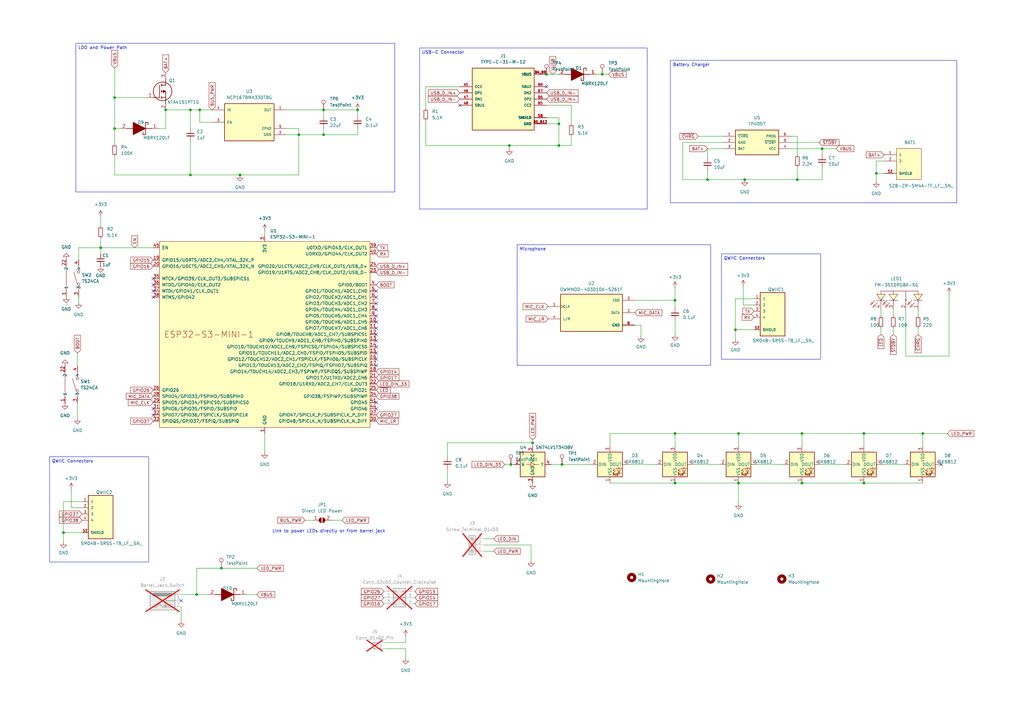
<source format=kicad_sch>
(kicad_sch (version 20231120) (generator "eeschema") (generator_version "8.0")
  (paper "A3")
  (junction (at 302.895 177.8))
  (junction (at 229.235 59.69))
  (junction (at 276.86 198.12))
  (junction (at 81.915 45.085))
  (junction (at 46.99 40.005))
  (junction (at 26.035 218.44))
  (junction (at 337.185 60.96))
  (junction (at 230.505 190.5))
  (junction (at 229.235 50.8))
  (junction (at 359.41 71.12))
  (junction (at 302.895 198.12))
  (junction (at 378.46 177.8))
  (junction (at 90.805 233.045))
  (junction (at 354.33 198.12))
  (junction (at 80.645 243.84))
  (junction (at 132.715 55.245))
  (junction (at 146.685 45.085))
  (junction (at 276.86 177.8))
  (junction (at 276.86 123.19))
  (junction (at 132.715 45.085))
  (junction (at 218.44 181.61))
  (junction (at 290.195 73.66))
  (junction (at 328.93 177.8))
  (junction (at 247.015 30.48))
  (junction (at 78.105 45.085))
  (junction (at 354.33 177.8))
  (junction (at 209.55 190.5))
  (junction (at 224.155 30.48))
  (junction (at 78.105 71.755))
  (junction (at 98.425 71.755))
  (junction (at 301.625 135.255))
  (junction (at 305.435 73.66))
  (junction (at 41.275 101.6))
  (junction (at 122.555 55.245))
  (junction (at 328.93 198.12))
  (junction (at 208.915 59.69))
  (junction (at 67.945 45.085))
  (junction (at 327.025 73.66))
  (junction (at 46.99 52.705))
  (no_connect (at 154.305 167.64))
  (no_connect (at 154.305 165.1))
  (no_connect (at 62.865 114.3))
  (no_connect (at 154.305 134.62))
  (no_connect (at 74.295 246.38))
  (no_connect (at 154.305 129.54))
  (no_connect (at 62.865 170.18))
  (no_connect (at 154.305 137.16))
  (no_connect (at 154.305 147.32))
  (no_connect (at 154.305 149.86))
  (no_connect (at 154.305 127))
  (no_connect (at 154.305 142.24))
  (no_connect (at 386.08 190.5))
  (no_connect (at 224.155 35.56))
  (no_connect (at 154.305 124.46))
  (no_connect (at 154.305 139.7))
  (no_connect (at 188.595 43.18))
  (no_connect (at 62.865 119.38))
  (no_connect (at 154.305 132.08))
  (no_connect (at 62.865 116.84))
  (no_connect (at 62.865 167.64))
  (no_connect (at 154.305 121.92))
  (no_connect (at 154.305 144.78))
  (no_connect (at 154.305 119.38))
  (no_connect (at 62.865 121.92))
  (wire (pts (xy 183.515 181.61) (xy 218.44 181.61)))
  (wire (pts (xy 198.755 226.06) (xy 202.565 226.06)))
  (wire (pts (xy 378.46 177.8) (xy 378.46 182.88)))
  (wire (pts (xy 217.805 223.52) (xy 217.805 229.87)))
  (wire (pts (xy 371.475 146.05) (xy 389.255 146.05)))
  (wire (pts (xy 132.715 52.705) (xy 132.715 55.245)))
  (wire (pts (xy 100.965 243.84) (xy 105.41 243.84)))
  (wire (pts (xy 378.46 177.8) (xy 388.62 177.8)))
  (wire (pts (xy 122.555 71.755) (xy 98.425 71.755)))
  (wire (pts (xy 32.258 101.6) (xy 41.275 101.6)))
  (wire (pts (xy 74.295 243.84) (xy 80.645 243.84)))
  (wire (pts (xy 166.37 260.985) (xy 166.37 263.525)))
  (wire (pts (xy 290.195 60.96) (xy 290.195 64.77)))
  (wire (pts (xy 327.025 73.66) (xy 337.185 73.66)))
  (wire (pts (xy 276.86 123.19) (xy 276.86 126.365)))
  (wire (pts (xy 125.095 213.36) (xy 128.27 213.36)))
  (wire (pts (xy 305.435 73.66) (xy 327.025 73.66)))
  (wire (pts (xy 304.8 125.095) (xy 309.245 125.095)))
  (wire (pts (xy 301.625 135.255) (xy 309.245 135.255)))
  (wire (pts (xy 260.35 133.35) (xy 262.89 133.35)))
  (wire (pts (xy 276.86 118.11) (xy 276.86 123.19)))
  (wire (pts (xy 108.585 94.615) (xy 108.585 96.52)))
  (wire (pts (xy 229.235 59.69) (xy 234.315 59.69)))
  (wire (pts (xy 229.235 59.69) (xy 208.915 59.69)))
  (wire (pts (xy 26.035 205.74) (xy 33.655 205.74)))
  (wire (pts (xy 327.025 68.58) (xy 327.025 73.66)))
  (wire (pts (xy 260.35 123.19) (xy 276.86 123.19)))
  (wire (pts (xy 337.185 73.66) (xy 337.185 68.58)))
  (wire (pts (xy 46.99 71.755) (xy 78.105 71.755)))
  (wire (pts (xy 26.035 205.74) (xy 26.035 218.44)))
  (wire (pts (xy 302.895 198.12) (xy 328.93 198.12)))
  (wire (pts (xy 122.555 55.245) (xy 117.475 55.245)))
  (wire (pts (xy 31.75 144.78) (xy 31.75 150.114)))
  (wire (pts (xy 354.33 198.12) (xy 378.46 198.12)))
  (wire (pts (xy 229.235 50.8) (xy 229.235 59.69)))
  (wire (pts (xy 229.235 48.26) (xy 229.235 50.8)))
  (wire (pts (xy 146.685 45.085) (xy 132.715 45.085)))
  (wire (pts (xy 336.55 190.5) (xy 346.71 190.5)))
  (wire (pts (xy 335.915 58.42) (xy 324.485 58.42)))
  (wire (pts (xy 67.945 45.085) (xy 67.945 52.705)))
  (wire (pts (xy 280.035 73.66) (xy 290.195 73.66)))
  (wire (pts (xy 132.715 55.245) (xy 146.685 55.245)))
  (wire (pts (xy 46.99 40.005) (xy 46.99 52.705)))
  (wire (pts (xy 64.77 52.705) (xy 67.945 52.705)))
  (wire (pts (xy 218.44 181.61) (xy 218.44 182.88)))
  (wire (pts (xy 361.315 134.62) (xy 361.315 137.16)))
  (wire (pts (xy 166.37 266.065) (xy 166.37 269.875)))
  (wire (pts (xy 41.275 88.9) (xy 41.275 92.71)))
  (wire (pts (xy 46.99 52.705) (xy 49.53 52.705)))
  (wire (pts (xy 26.035 218.44) (xy 26.035 222.25)))
  (wire (pts (xy 276.86 177.8) (xy 276.86 182.88)))
  (wire (pts (xy 337.185 60.96) (xy 342.9 60.96)))
  (wire (pts (xy 146.685 47.625) (xy 146.685 45.085)))
  (wire (pts (xy 31.75 165.354) (xy 31.75 171.45)))
  (wire (pts (xy 198.755 223.52) (xy 217.805 223.52)))
  (wire (pts (xy 218.44 180.34) (xy 218.44 181.61)))
  (wire (pts (xy 80.645 243.84) (xy 85.725 243.84)))
  (wire (pts (xy 359.41 66.04) (xy 362.585 66.04)))
  (wire (pts (xy 132.715 45.085) (xy 132.715 47.625)))
  (wire (pts (xy 208.915 59.69) (xy 208.915 60.96)))
  (wire (pts (xy 41.275 101.6) (xy 41.275 104.14)))
  (wire (pts (xy 276.86 177.8) (xy 302.895 177.8)))
  (wire (pts (xy 366.395 134.62) (xy 366.395 137.16)))
  (wire (pts (xy 301.625 122.555) (xy 309.245 122.555)))
  (wire (pts (xy 301.625 135.255) (xy 301.625 139.065)))
  (wire (pts (xy 359.41 71.12) (xy 359.41 74.295)))
  (wire (pts (xy 158.115 266.065) (xy 166.37 266.065)))
  (wire (pts (xy 296.545 60.96) (xy 290.195 60.96)))
  (wire (pts (xy 224.155 30.48) (xy 229.235 30.48)))
  (wire (pts (xy 74.295 248.92) (xy 74.295 254.635)))
  (wire (pts (xy 135.89 213.36) (xy 140.335 213.36)))
  (wire (pts (xy 81.915 45.085) (xy 86.995 45.085)))
  (wire (pts (xy 32.258 101.6) (xy 32.258 106.426)))
  (wire (pts (xy 250.19 198.12) (xy 276.86 198.12)))
  (wire (pts (xy 290.195 73.66) (xy 305.435 73.66)))
  (wire (pts (xy 327.025 55.88) (xy 327.025 63.5)))
  (wire (pts (xy 234.315 43.18) (xy 234.315 50.8)))
  (wire (pts (xy 361.95 190.5) (xy 370.84 190.5)))
  (wire (pts (xy 234.315 55.88) (xy 234.315 59.69)))
  (wire (pts (xy 86.995 50.165) (xy 81.915 50.165)))
  (wire (pts (xy 174.625 59.69) (xy 208.915 59.69)))
  (wire (pts (xy 146.685 52.705) (xy 146.685 55.245)))
  (wire (pts (xy 280.035 58.42) (xy 280.035 73.66)))
  (wire (pts (xy 290.195 69.85) (xy 290.195 73.66)))
  (wire (pts (xy 90.805 233.045) (xy 105.41 233.045)))
  (wire (pts (xy 354.33 177.8) (xy 354.33 182.88)))
  (wire (pts (xy 41.275 101.6) (xy 62.865 101.6)))
  (wire (pts (xy 337.185 60.96) (xy 337.185 63.5)))
  (wire (pts (xy 78.105 45.085) (xy 81.915 45.085)))
  (wire (pts (xy 29.21 200.66) (xy 29.21 208.28)))
  (wire (pts (xy 286.385 55.88) (xy 296.545 55.88)))
  (wire (pts (xy 276.86 198.12) (xy 302.895 198.12)))
  (wire (pts (xy 158.115 263.525) (xy 166.37 263.525)))
  (wire (pts (xy 250.19 177.8) (xy 250.19 182.88)))
  (wire (pts (xy 302.895 177.8) (xy 328.93 177.8)))
  (wire (pts (xy 132.715 55.245) (xy 122.555 55.245)))
  (wire (pts (xy 183.515 192.405) (xy 183.515 197.485)))
  (wire (pts (xy 302.895 177.8) (xy 302.895 182.88)))
  (wire (pts (xy 122.555 52.705) (xy 122.555 55.245)))
  (wire (pts (xy 359.41 71.12) (xy 362.585 71.12)))
  (wire (pts (xy 244.475 30.48) (xy 247.015 30.48)))
  (wire (pts (xy 198.755 220.98) (xy 202.565 220.98)))
  (wire (pts (xy 78.105 57.785) (xy 78.105 71.755)))
  (wire (pts (xy 174.625 35.56) (xy 174.625 44.45)))
  (wire (pts (xy 328.93 198.12) (xy 354.33 198.12)))
  (wire (pts (xy 284.48 190.5) (xy 295.275 190.5)))
  (wire (pts (xy 224.155 43.18) (xy 234.315 43.18)))
  (wire (pts (xy 174.625 49.53) (xy 174.625 59.69)))
  (wire (pts (xy 117.475 52.705) (xy 122.555 52.705)))
  (wire (pts (xy 67.945 45.085) (xy 78.105 45.085)))
  (wire (pts (xy 324.485 60.96) (xy 337.185 60.96)))
  (wire (pts (xy 324.485 55.88) (xy 327.025 55.88)))
  (wire (pts (xy 46.99 27.94) (xy 46.99 40.005)))
  (wire (pts (xy 122.555 55.245) (xy 122.555 71.755)))
  (wire (pts (xy 80.645 233.045) (xy 90.805 233.045)))
  (wire (pts (xy 371.475 127) (xy 371.475 146.05)))
  (wire (pts (xy 188.595 35.56) (xy 174.625 35.56)))
  (wire (pts (xy 230.505 190.5) (xy 242.57 190.5)))
  (wire (pts (xy 280.035 58.42) (xy 296.545 58.42)))
  (wire (pts (xy 328.93 177.8) (xy 328.93 182.88)))
  (wire (pts (xy 257.81 190.5) (xy 269.24 190.5)))
  (wire (pts (xy 262.89 133.35) (xy 262.89 137.795)))
  (wire (pts (xy 250.19 177.8) (xy 276.86 177.8)))
  (wire (pts (xy 41.275 97.79) (xy 41.275 101.6)))
  (wire (pts (xy 224.155 48.26) (xy 229.235 48.26)))
  (wire (pts (xy 276.86 131.445) (xy 276.86 137.16)))
  (wire (pts (xy 354.33 177.8) (xy 378.46 177.8)))
  (wire (pts (xy 328.93 177.8) (xy 354.33 177.8)))
  (wire (pts (xy 117.475 45.085) (xy 132.715 45.085)))
  (wire (pts (xy 209.55 190.5) (xy 210.82 190.5)))
  (wire (pts (xy 301.625 122.555) (xy 301.625 135.255)))
  (wire (pts (xy 78.105 45.085) (xy 78.105 52.705)))
  (wire (pts (xy 207.01 190.5) (xy 209.55 190.5)))
  (wire (pts (xy 183.515 181.61) (xy 183.515 187.325)))
  (wire (pts (xy 26.035 218.44) (xy 33.655 218.44)))
  (wire (pts (xy 376.555 129.54) (xy 376.555 127)))
  (wire (pts (xy 224.155 50.8) (xy 229.235 50.8)))
  (wire (pts (xy 359.41 66.04) (xy 359.41 71.12)))
  (wire (pts (xy 389.255 120.65) (xy 389.255 146.05)))
  (wire (pts (xy 46.99 52.705) (xy 46.99 59.055)))
  (wire (pts (xy 304.8 117.475) (xy 304.8 125.095)))
  (wire (pts (xy 78.105 71.755) (xy 98.425 71.755)))
  (wire (pts (xy 226.06 190.5) (xy 230.505 190.5)))
  (wire (pts (xy 302.895 198.12) (xy 302.895 206.375)))
  (wire (pts (xy 32.258 121.666) (xy 32.258 123.952)))
  (wire (pts (xy 310.515 190.5) (xy 321.31 190.5)))
  (wire (pts (xy 46.99 40.005) (xy 60.325 40.005)))
  (wire (pts (xy 81.915 50.165) (xy 81.915 45.085)))
  (wire (pts (xy 366.395 127) (xy 366.395 129.54)))
  (wire (pts (xy 29.21 208.28) (xy 33.655 208.28)))
  (wire (pts (xy 80.645 233.045) (xy 80.645 243.84)))
  (wire (pts (xy 376.555 137.16) (xy 376.555 134.62)))
  (wire (pts (xy 361.315 127) (xy 361.315 129.54)))
  (wire (pts (xy 108.585 177.8) (xy 108.585 185.42)))
  (wire (pts (xy 46.99 64.135) (xy 46.99 71.755)))
  (wire (pts (xy 247.015 30.48) (xy 249.555 30.48)))
  (text_box "QWIIC Connectors" (at 20.32 187.325 0) (size 40.64 43.18) (effects (font (size 1.27 1.27)) (justify left top)))
  (text_box "LDO and Power Path" (at 31.115 17.78 0) (size 130.81 60.96) (effects (font (size 1.27 1.27)) (justify left top)))
  (text_box "USB-C Connector" (at 172.085 19.685 0) (size 93.345 66.04) (effects (font (size 1.27 1.27)) (justify left top)))
  (text_box "QWIIC Connectors" (at 295.91 104.14 0) (size 40.64 43.18) (effects (font (size 1.27 1.27)) (justify left top)))
  (text_box "Microphone" (at 212.09 100.33 0) (size 79.375 49.53) (effects (font (size 1.27 1.27)) (justify left top)))
  (text_box "Battery Charger" (at 274.955 24.765 0) (size 117.475 58.42) (effects (font (size 1.27 1.27)) (justify left top)))
  (text "Link to power LEDs directly or from barrel jack" (at 134.874 217.932 0) (effects (font (size 1.27 1.27))))
  (global_label "VBUS" (shape input) (at 105.41 243.84 0) (property "Intersheetrefs" "${INTERSHEET_REFS}" (effects (hide yes))))
  (global_label "LED_PWR" (shape input) (at 202.565 226.06 0) (property "Intersheetrefs" "${INTERSHEET_REFS}" (effects (hide yes))))
  (global_label "LED_PWR" (shape input) (at 388.62 177.8 0) (property "Intersheetrefs" "${INTERSHEET_REFS}" (effects (hide yes))))
  (global_label "BAT+" (shape input) (at 67.945 29.845 90) (property "Intersheetrefs" "${INTERSHEET_REFS}" (effects (hide yes))))
  (global_label "GPIO38" (shape input) (at 33.655 213.36 180) (property "Intersheetrefs" "${INTERSHEET_REFS}" (effects (hide yes))))
  (global_label "USB_D_IN-" (shape input) (at 224.155 38.1 0) (property "Intersheetrefs" "${INTERSHEET_REFS}" (effects (hide yes))))
  (global_label "MIC_DATA" (shape input) (at 62.865 162.56 180) (property "Intersheetrefs" "${INTERSHEET_REFS}" (effects (hide yes))))
  (global_label "MIC_DATA" (shape input) (at 260.35 128.27 0) (property "Intersheetrefs" "${INTERSHEET_REFS}" (effects (hide yes))))
  (global_label "VBUS" (shape input) (at 249.555 30.48 0) (property "Intersheetrefs" "${INTERSHEET_REFS}" (effects (hide yes))))
  (global_label "MIC_CLK" (shape input) (at 62.865 165.1 180) (property "Intersheetrefs" "${INTERSHEET_REFS}" (effects (hide yes))))
  (global_label "LED_PWR" (shape input) (at 105.41 233.045 0) (property "Intersheetrefs" "${INTERSHEET_REFS}" (effects (hide yes))))
  (global_label "GPIO26" (shape input) (at 157.48 242.57 180) (property "Intersheetrefs" "${INTERSHEET_REFS}" (effects (hide yes))))
  (global_label "BOOT" (shape input) (at 31.75 144.78 90) (property "Intersheetrefs" "${INTERSHEET_REFS}" (effects (hide yes))))
  (global_label "~{CHRG}" (shape input) (at 286.385 55.88 180) (property "Intersheetrefs" "${INTERSHEET_REFS}" (effects (hide yes))))
  (global_label "LED_DIN_33" (shape input) (at 154.305 157.48 0) (property "Intersheetrefs" "${INTERSHEET_REFS}" (effects (hide yes))))
  (global_label "GPIO26" (shape input) (at 62.865 160.02 180) (property "Intersheetrefs" "${INTERSHEET_REFS}" (effects (hide yes))))
  (global_label "~{CHRG}" (shape input) (at 376.555 137.16 270) (property "Intersheetrefs" "${INTERSHEET_REFS}" (effects (hide yes))))
  (global_label "GPIO14" (shape input) (at 170.18 245.11 0) (property "Intersheetrefs" "${INTERSHEET_REFS}" (effects (hide yes))))
  (global_label "USB_D_IN-" (shape input) (at 154.305 111.76 0) (property "Intersheetrefs" "${INTERSHEET_REFS}" (effects (hide yes))))
  (global_label "GPIO37" (shape input) (at 33.655 210.82 180) (property "Intersheetrefs" "${INTERSHEET_REFS}" (effects (hide yes))))
  (global_label "LED_PWR" (shape input) (at 140.335 213.36 0) (property "Intersheetrefs" "${INTERSHEET_REFS}" (effects (hide yes))))
  (global_label "USB_D_IN+" (shape input) (at 154.305 109.22 0) (property "Intersheetrefs" "${INTERSHEET_REFS}" (effects (hide yes))))
  (global_label "MIC_LR" (shape input) (at 154.305 172.72 0) (property "Intersheetrefs" "${INTERSHEET_REFS}" (effects (hide yes))))
  (global_label "~{STDBY}" (shape input) (at 366.395 137.16 270) (property "Intersheetrefs" "${INTERSHEET_REFS}" (effects (hide yes))))
  (global_label "GPIO14" (shape input) (at 154.305 152.4 0) (property "Intersheetrefs" "${INTERSHEET_REFS}" (effects (hide yes))))
  (global_label "LED_PWR" (shape input) (at 218.44 180.34 90) (property "Intersheetrefs" "${INTERSHEET_REFS}" (effects (hide yes))))
  (global_label "RX" (shape input) (at 309.245 130.175 180) (property "Intersheetrefs" "${INTERSHEET_REFS}" (effects (hide yes))))
  (global_label "VUSB" (shape input) (at 226.695 30.48 90) (property "Intersheetrefs" "${INTERSHEET_REFS}" (effects (hide yes))))
  (global_label "LED_DIN_33" (shape input) (at 207.01 190.5 180) (property "Intersheetrefs" "${INTERSHEET_REFS}" (effects (hide yes))))
  (global_label "GPIO17" (shape input) (at 154.305 154.94 0) (property "Intersheetrefs" "${INTERSHEET_REFS}" (effects (hide yes))))
  (global_label "USB_D_IN-" (shape input) (at 188.595 40.64 180) (property "Intersheetrefs" "${INTERSHEET_REFS}" (effects (hide yes))))
  (global_label "GPIO15" (shape input) (at 62.865 106.68 180) (property "Intersheetrefs" "${INTERSHEET_REFS}" (effects (hide yes))))
  (global_label "BUS_PWR" (shape input) (at 86.995 45.085 90) (property "Intersheetrefs" "${INTERSHEET_REFS}" (effects (hide yes))))
  (global_label "USB_D_IN+" (shape input) (at 188.595 38.1 180) (property "Intersheetrefs" "${INTERSHEET_REFS}" (effects (hide yes))))
  (global_label "MIC_CLK" (shape input) (at 224.79 125.73 180) (property "Intersheetrefs" "${INTERSHEET_REFS}" (effects (hide yes))))
  (global_label "BUS_PWR" (shape input) (at 125.095 213.36 180) (property "Intersheetrefs" "${INTERSHEET_REFS}" (effects (hide yes))))
  (global_label "BOOT" (shape input) (at 154.305 116.84 0) (property "Intersheetrefs" "${INTERSHEET_REFS}" (effects (hide yes))))
  (global_label "GPIO16" (shape input) (at 157.48 247.65 180) (property "Intersheetrefs" "${INTERSHEET_REFS}" (effects (hide yes))))
  (global_label "~{LED}" (shape input) (at 361.315 137.16 270) (property "Intersheetrefs" "${INTERSHEET_REFS}" (effects (hide yes))))
  (global_label "RX" (shape input) (at 154.305 104.14 0) (property "Intersheetrefs" "${INTERSHEET_REFS}" (effects (hide yes))))
  (global_label "USB_D_IN+" (shape input) (at 224.155 40.64 0) (property "Intersheetrefs" "${INTERSHEET_REFS}" (effects (hide yes))))
  (global_label "TX" (shape input) (at 309.245 127.635 180) (property "Intersheetrefs" "${INTERSHEET_REFS}" (effects (hide yes))))
  (global_label "LED_DIN" (shape input) (at 202.565 220.98 0) (property "Intersheetrefs" "${INTERSHEET_REFS}" (effects (hide yes))))
  (global_label "BAT+" (shape input) (at 362.585 63.5 180) (property "Intersheetrefs" "${INTERSHEET_REFS}" (effects (hide yes))))
  (global_label "~{LED}" (shape input) (at 154.305 160.02 0) (property "Intersheetrefs" "${INTERSHEET_REFS}" (effects (hide yes))))
  (global_label "VBUS" (shape input) (at 46.99 27.94 90) (property "Intersheetrefs" "${INTERSHEET_REFS}" (effects (hide yes))))
  (global_label "MIC_LR" (shape input) (at 224.79 130.81 180) (property "Intersheetrefs" "${INTERSHEET_REFS}" (effects (hide yes))))
  (global_label "GPIO17" (shape input) (at 170.18 247.65 0) (property "Intersheetrefs" "${INTERSHEET_REFS}" (effects (hide yes))))
  (global_label "GPIO15" (shape input) (at 170.18 242.57 0) (property "Intersheetrefs" "${INTERSHEET_REFS}" (effects (hide yes))))
  (global_label "GPIO27" (shape input) (at 154.305 170.18 0) (property "Intersheetrefs" "${INTERSHEET_REFS}" (effects (hide yes))))
  (global_label "GPIO38" (shape input) (at 154.305 162.56 0) (property "Intersheetrefs" "${INTERSHEET_REFS}" (effects (hide yes))))
  (global_label "GPIO27" (shape input) (at 157.48 245.11 180) (property "Intersheetrefs" "${INTERSHEET_REFS}" (effects (hide yes))))
  (global_label "GPIO16" (shape input) (at 62.865 109.22 180) (property "Intersheetrefs" "${INTERSHEET_REFS}" (effects (hide yes))))
  (global_label "TX" (shape input) (at 154.305 101.6 0) (property "Intersheetrefs" "${INTERSHEET_REFS}" (effects (hide yes))))
  (global_label "GPIO37" (shape input) (at 62.865 172.72 180) (property "Intersheetrefs" "${INTERSHEET_REFS}" (effects (hide yes))))
  (global_label "~{STDBY}" (shape input) (at 335.915 58.42 0) (property "Intersheetrefs" "${INTERSHEET_REFS}" (effects (hide yes))))
  (global_label "EN" (shape input) (at 55.245 101.6 90) (property "Intersheetrefs" "${INTERSHEET_REFS}" (effects (hide yes))))
  (global_label "VBUS" (shape input) (at 342.9 60.96 0) (property "Intersheetrefs" "${INTERSHEET_REFS}" (effects (hide yes))))
  (global_label "BAT+" (shape input) (at 290.195 60.96 180) (property "Intersheetrefs" "${INTERSHEET_REFS}" (effects (hide yes))))
  (symbol (lib_id "Device:R_Small") (at 327.025 66.04 0) (unit 1)
    (property "Reference" "R6" (at 328.93 64.77 0) (effects (justify left)))
    (property "Value" "2.2K" (at 328.93 67.31 0) (effects (justify left)))
    (property "Footprint" "Resistor_SMD:R_0603_1608Metric" (effects (hide yes)))
  )
  (symbol (lib_id "Connector:TestPoint") (at 224.155 30.48 0) (unit 1)
    (property "Reference" "TP4" (at 226.695 25.908 0) (effects (justify left)))
    (property "Value" "TestPoint" (at 226.695 28.448 0) (effects (justify left)))
    (property "Footprint" "TestPoint:TestPoint_Pad_D2.5mm" (effects (hide yes)))
  )
  (symbol (lib_id "power:+3V3") (at 108.585 94.615 0) (unit 1)
    (property "Reference" "#PWR014" (effects (hide yes)))
    (property "Value" "+3V3" (at 108.585 89.535 0))
  )
  (symbol (lib_id "LED:SK6812") (at 302.895 190.5 0) (unit 1)
    (property "Reference" "D5" (at 313.055 186.8521 0))
    (property "Value" "SK6812" (at 313.055 189.3921 0))
    (property "Footprint" "LED_SMD:LED_SK6812_PLCC4_5.0x5.0mm_P3.2mm" (effects (hide yes)))
    (property "Datasheet" "https://cdn-shop.adafruit.com/product-files/1138/SK6812+LED+datasheet+.pdf" (effects (hide yes)))
    (property "MF" "OPSCO Optoelectronics" (effects (hide yes)))
    (property "MP" "SK6812" (effects (hide yes)))
  )
  (symbol (lib_id "LED:SK6812") (at 354.33 190.5 0) (unit 1)
    (property "Reference" "D7" (at 364.49 186.8521 0))
    (property "Value" "SK6812" (at 364.49 189.3921 0))
    (property "Footprint" "LED_SMD:LED_SK6812_PLCC4_5.0x5.0mm_P3.2mm" (effects (hide yes)))
    (property "Datasheet" "https://cdn-shop.adafruit.com/product-files/1138/SK6812+LED+datasheet+.pdf" (effects (hide yes)))
    (property "MF" "OPSCO Optoelectronics" (effects (hide yes)))
    (property "MP" "SK6812" (effects (hide yes)))
  )
  (symbol (lib_id "Jumper:SolderJumper_2_Open") (at 132.08 213.36 0) (unit 1) (in_bom no)
    (property "Reference" "JP1" (at 132.08 207.01 0))
    (property "Value" "Direct LED Power" (at 132.08 209.55 0))
    (property "Footprint" "Jumper:SolderJumper-2_P1.3mm_Open_RoundedPad1.0x1.5mm" (effects (hide yes)))
  )
  (symbol (lib_id "power:GND") (at 218.44 198.12 0) (unit 1)
    (property "Reference" "#PWR08" (effects (hide yes)))
    (property "Value" "GND" (at 218.44 203.2 0))
  )
  (symbol (lib_id "NCP167BMX330TBG:NCP167BMX330TBG") (at 102.235 50.165 0) (unit 1)
    (property "Reference" "U3" (at 102.235 37.465 0))
    (property "Value" "NCP167BMX330TBG" (at 102.235 40.005 0))
    (property "Footprint" "NCP167BMX330TBG-v2:VREG_NCP167BMX330TBG" (effects (hide yes)))
    (property "PARTREV" "5" (effects (hide yes)))
    (property "STANDARD" "Manufacturer Recommendations" (effects (hide yes)))
    (property "MAXIMUM_PACKAGE_HEIGHT" "0.43 mm" (effects (hide yes)))
    (property "MF" "Onsemi" (effects (hide yes)))
    (property "MP" "NCP167BMX330TBG" (effects (hide yes)))
  )
  (symbol (lib_id "Mechanical:MountingHole") (at 291.465 237.49 0) (unit 1) (in_bom no)
    (property "Reference" "H2" (at 294.005 236.22 0) (effects (justify left)))
    (property "Value" "MountingHole" (at 294.005 238.76 0) (effects (justify left)))
    (property "Footprint" "MountingHole:MountingHole_3.2mm_M3" (effects (hide yes)))
  )
  (symbol (lib_id "power:+3V3") (at 304.8 117.475 0) (unit 1)
    (property "Reference" "#PWR019" (effects (hide yes)))
    (property "Value" "+3V3" (at 304.8 113.03 0))
  )
  (symbol (lib_id "LED-SMD_L3.5-W1.0-H1.2-FM-3510RGBA-SG:FM-3510RGBA-SG") (at 368.935 121.92 0) (unit 1)
    (property "Reference" "LED1" (at 367.665 114.3 0))
    (property "Value" "FM-3510RGBA-SG" (at 367.665 116.84 0))
    (property "Footprint" "LED-SMD_L3.5-W1.0-H1.2-FM-3510RGBA-SG:LED-SMD_FM-3510RGBA-SG" (effects (hide yes)))
    (property "Datasheet" "https://lcsc.com/product-detail/Light-Emitting-Diodes-LED_Foshan-NationStar-Optoelectronics-FM-3510RGBA-SG_C727903.html" (effects (hide yes)))
    (property "LCSC Part" "C727903" (effects (hide yes)))
    (property "MF" "Foshan NationStar Optoelectronics" (effects (hide yes)))
    (property "MP" "FM-3510RGBA-SG" (effects (hide yes)))
  )
  (symbol (lib_id "power:GND") (at 359.41 74.295 0) (unit 1)
    (property "Reference" "#PWR021" (effects (hide yes)))
    (property "Value" "GND" (at 359.41 79.375 0))
  )
  (symbol (lib_id "TYPE-C-31-M-12:TYPE-C-31-M-12") (at 206.375 40.64 0) (unit 1)
    (property "Reference" "J1" (at 206.375 22.86 0))
    (property "Value" "TYPE-C-31-M-12" (at 206.375 25.4 0))
    (property "Footprint" "TYPE-C-31-M-12:HRO_TYPE-C-31-M-12" (effects (hide yes)))
    (property "PARTREV" "2020.12.08" (effects (hide yes)))
    (property "MF" "HRO Electronics Co., Ltd." (effects (hide yes)))
    (property "MP" "TYPE-C-31-M-12" (effects (hide yes)))
    (property "MAXIMUM_PACKAGE_HEIGHT" "3.26 mm" (effects (hide yes)))
    (property "STANDARD" "Manufacturer Recommendations" (effects (hide yes)))
  )
  (symbol (lib_id "Device:R_Small") (at 366.395 132.08 0) (unit 1)
    (property "Reference" "R7" (at 368.3 130.81 0) (effects (justify left)))
    (property "Value" "100" (at 368.3 133.35 0) (effects (justify left)))
    (property "Footprint" "Resistor_SMD:R_0603_1608Metric" (effects (hide yes)))
  )
  (symbol (lib_id "PCM_Espressif:ESP32-S3-MINI-1") (at 108.585 137.16 0) (unit 1)
    (property "Reference" "U1" (at 110.7791 94.615 0) (effects (justify left)))
    (property "Value" "ESP32-S3-MINI-1" (at 110.7791 97.155 0) (effects (justify left)))
    (property "Footprint" "PCM_Espressif:ESP32-S3-MINI-1" (effects (hide yes)))
    (property "Datasheet" "https://www.espressif.com/sites/default/files/documentation/esp32-s3-mini-1_mini-1u_datasheet_en.pdf" (effects (hide yes)))
    (property "MF" "Espressif Systems" (effects (hide yes)))
    (property "MP" "ESP32-S3-MINI-1-N8" (effects (hide yes)))
  )
  (symbol (lib_id "power:GND") (at 26.67 165.354 0) (unit 1)
    (property "Reference" "#PWR027" (effects (hide yes)))
    (property "Value" "GND" (at 26.67 170.434 0))
  )
  (symbol (lib_id "NTA4151PT1G:NTA4151PT1G") (at 60.325 40.005 0) (unit 1)
    (property "Reference" "Q1" (at 69.215 33.02 0) (effects (justify left)))
    (property "Value" "NTA4151PT1G" (at 68.58 41.91 0) (effects (justify left)))
    (property "Footprint" "NTA4151PT1G:SOT50P160X90-3N" (effects (hide yes)))
    (property "Datasheet" "http://www.onsemi.com/pub/Collateral/NTA4151P-D.PDF" (effects (hide yes)))
    (property "Height" "0.9" (effects (hide yes)))
    (property "MF" "onsemi" (effects (hide yes)))
    (property "MP" "NTA4151PT1G" (effects (hide yes)))
    (property "Mouser Part Number" "863-NTA4151PT1G" (effects (hide yes)))
    (property "Mouser Price/Stock" "https://www.mouser.co.uk/ProductDetail/onsemi/NTA4151PT1G?qs=ZXBb0xZ9WeC9bannzQa%2FPw%3D%3D" (effects (hide yes)))
    (property "Arrow Part Number" "NTA4151PT1G" (effects (hide yes)))
    (property "Arrow Price/Stock" "https://www.arrow.com/en/products/nta4151pt1g/on-semiconductor?region=nac" (effects (hide yes)))
  )
  (symbol (lib_id "Device:C_Small") (at 183.515 189.865 0) (unit 1)
    (property "Reference" "C8" (at 186.69 188.6013 0) (effects (justify left)))
    (property "Value" "0.1uF" (at 186.69 191.1413 0) (effects (justify left)))
    (property "Footprint" "Capacitor_SMD:C_0603_1608Metric" (effects (hide yes)))
  )
  (symbol (lib_id "power:GND") (at 41.275 109.22 0) (unit 1)
    (property "Reference" "#PWR05" (effects (hide yes)))
    (property "Value" "GND" (at 41.275 113.03 0))
  )
  (symbol (lib_id "Device:R_Small") (at 361.315 132.08 0) (unit 1)
    (property "Reference" "R8" (at 356.87 130.81 0) (effects (justify left)))
    (property "Value" "100" (at 356.87 133.35 0) (effects (justify left)))
    (property "Footprint" "Resistor_SMD:R_0603_1608Metric" (effects (hide yes)))
  )
  (symbol (lib_id "Connector_Generic:Conn_02x03_Counter_Clockwise") (at 162.56 245.11 0) (unit 1) (in_bom no) (dnp yes)
    (property "Reference" "J4" (at 163.83 236.22 0))
    (property "Value" "Conn_02x03_Counter_Clockwise" (at 163.83 238.76 0))
    (property "Footprint" "Connector_PinHeader_2.54mm:PinHeader_2x03_P2.54mm_Vertical_SMD" (effects (hide yes)))
  )
  (symbol (lib_id "OWMMOD-403010A-S261F:OWMMOD-403010A-S261F") (at 242.57 128.27 0) (unit 1)
    (property "Reference" "U2" (at 242.57 116.205 0))
    (property "Value" "OWMMOD-403010A-S261F" (at 242.57 118.745 0))
    (property "Footprint" "OWMMOD-403010A-S261F:MIC_OWMMOD-403010A-S261F" (effects (hide yes)))
    (property "Description" "\n100 Hz ~ 10 kHz Digital Microphone MEMS (Silicon) 1.64 V ~ 3.6 V Omnidirectional (-26dB ±1dB @ 94dB SPL) Solder Pads\n" (effects (hide yes)))
    (property "DigiKey_Part_Number" "3949-OWMMOD-403010A-S261F-ND" (effects (hide yes)))
    (property "MF" "Ole Wolff Electronics Inc" (effects (hide yes)))
    (property "MAXIMUM_PACKAGE_HEIGHT" "1.10mm" (effects (hide yes)))
    (property "Package" "None" (effects (hide yes)))
    (property "Check_prices" "https://www.snapeda.com/parts/OWMMOD-403010A-S261F/B+%2526+B+Electronics/view-part/?ref=eda" (effects (hide yes)))
    (property "STANDARD" "Manufacturer Recommendations" (effects (hide yes)))
    (property "PARTREV" "00" (effects (hide yes)))
    (property "SnapEDA_Link" "https://www.snapeda.com/parts/OWMMOD-403010A-S261F/B+%2526+B+Electronics/view-part/?ref=snap" (effects (hide yes)))
    (property "MP" "OWMMOD-403010A-S261F" (effects (hide yes)))
    (property "Purchase-URL" "https://www.snapeda.com/api/url_track_click_mouser/?unipart_id=15593707&manufacturer=Ole Wolff Electronics Inc&part_name=OWMMOD-403010A-S261F&search_term=None" (effects (hide yes)))
    (property "MANUFACTURER" "Ole Wolff Electronics Inc" (effects (hide yes)))
  )
  (symbol (lib_id "power:GND") (at 166.37 269.875 0) (unit 1)
    (property "Reference" "#PWR026" (effects (hide yes)))
    (property "Value" "GND" (at 166.37 274.955 0))
  )
  (symbol (lib_id "BAS5202VH6327XTSA1:BAS5202VH6327XTSA1") (at 67.31 52.705 180) (unit 1)
    (property "Reference" "D9" (at 59.055 50.165 0) (effects (justify left)))
    (property "Value" "MBRX120LF" (at 69.85 56.515 0) (effects (justify left)))
    (property "Footprint" "Diode_SMD:D_SOD-123" (effects (hide yes)))
    (property "Datasheet" "https://datasheet.lcsc.com/lcsc/2308251146_amsem-MBRX120LF_C7529028.pdf" (effects (hide yes)))
    (property "Height" "0.59" (effects (hide yes)))
    (property "MF" "amsem" (effects (hide yes)))
    (property "MP" "MBRX120LF" (effects (hide yes)))
  )
  (symbol (lib_id "Connector:TestPoint") (at 90.805 233.045 0) (unit 1)
    (property "Reference" "TP2" (at 92.71 228.473 0) (effects (justify left)))
    (property "Value" "TestPoint" (at 92.71 231.013 0) (effects (justify left)))
    (property "Footprint" "TestPoint:TestPoint_Pad_D2.5mm" (effects (hide yes)))
  )
  (symbol (lib_id "LED:SK6812") (at 250.19 190.5 0) (unit 1)
    (property "Reference" "D3" (at 260.35 186.8521 0))
    (property "Value" "SK6812" (at 260.35 189.3921 0))
    (property "Footprint" "LED_SMD:LED_SK6812_PLCC4_5.0x5.0mm_P3.2mm" (effects (hide yes)))
    (property "Datasheet" "https://cdn-shop.adafruit.com/product-files/1138/SK6812+LED+datasheet+.pdf" (effects (hide yes)))
    (property "MF" "OPSCO Optoelectronics" (effects (hide yes)))
    (property "MP" "SK6812" (effects (hide yes)))
  )
  (symbol (lib_id "Connector:TestPoint") (at 230.505 190.5 0) (unit 1)
    (property "Reference" "TP1" (at 233.045 185.928 0) (effects (justify left)))
    (property "Value" "TestPoint" (at 233.045 188.468 0) (effects (justify left)))
    (property "Footprint" "TestPoint:TestPoint_Pad_D2.5mm" (effects (hide yes)))
  )
  (symbol (lib_id "LED:SK6812") (at 328.93 190.5 0) (unit 1)
    (property "Reference" "D6" (at 339.09 186.8521 0))
    (property "Value" "SK6812" (at 339.09 189.3921 0))
    (property "Footprint" "LED_SMD:LED_SK6812_PLCC4_5.0x5.0mm_P3.2mm" (effects (hide yes)))
    (property "Datasheet" "https://cdn-shop.adafruit.com/product-files/1138/SK6812+LED+datasheet+.pdf" (effects (hide yes)))
    (property "MF" "OPSCO Optoelectronics" (effects (hide yes)))
    (property "MP" "SK6812" (effects (hide yes)))
  )
  (symbol (lib_id "power:GND") (at 27.178 106.426 180) (unit 1)
    (property "Reference" "#PWR030" (effects (hide yes)))
    (property "Value" "GND" (at 27.178 101.346 0))
  )
  (symbol (lib_id "TP4057:TP4057") (at 309.245 58.42 0) (unit 1)
    (property "Reference" "U5" (at 310.515 48.26 0))
    (property "Value" "TP4057" (at 310.515 50.8 0))
    (property "Footprint" "Package_TO_SOT_SMD:SOT-23-6" (effects (hide yes)))
    (property "MF" "TOPPOWER" (effects (hide yes)))
    (property "MP" "TP4057-42-SOT26-R" (effects (hide yes)))
  )
  (symbol (lib_id "S2B-ZR-SM4A-TF_LF__SN_:S2B-ZR-SM4A-TF_LF__SN_") (at 372.745 68.58 0) (unit 1)
    (property "Reference" "BAT1" (at 370.84 58.42 0) (effects (justify left)))
    (property "Value" "S2B-ZR-SM4A-TF_LF__SN_" (at 364.49 76.2 0) (effects (justify left)))
    (property "Footprint" "S2B-ZR-SM4A-TF_LF__SN_:JST_S2B-ZR-SM4A-TF_LF__SN_" (effects (hide yes)))
    (property "Description" "\nConnector Header Surface Mount, Right Angle 2 position 0.059 (1.50mm)\n" (effects (hide yes)))
    (property "MF" "JST Sales" (effects (hide yes)))
    (property "Package" "None" (effects (hide yes)))
    (property "Price" "None" (effects (hide yes)))
    (property "STANDARD" "Manufacturer Recommendations" (effects (hide yes)))
    (property "PARTREV" "N/A" (effects (hide yes)))
    (property "SnapEDA_Link" "https://www.snapeda.com/parts/S2B-ZR-SM4A-TF(LF)(SN)/JST+Sales+America+Inc./view-part/?ref=snap" (effects (hide yes)))
    (property "MP" "S2B-ZR-SM4A-TF(LF)(SN)" (effects (hide yes)))
    (property "Availability" "In Stock" (effects (hide yes)))
    (property "Check_prices" "https://www.snapeda.com/parts/S2B-ZR-SM4A-TF(LF)(SN)/JST+Sales+America+Inc./view-part/?ref=eda" (effects (hide yes)))
  )
  (symbol (lib_id "Device:R_Small") (at 41.275 95.25 0) (unit 1)
    (property "Reference" "R2" (at 43.815 93.98 0) (effects (justify left)))
    (property "Value" "5.1K" (at 43.815 96.52 0) (effects (justify left)))
    (property "Footprint" "Resistor_SMD:R_0603_1608Metric" (effects (hide yes)))
  )
  (symbol (lib_id "Mechanical:MountingHole") (at 259.08 236.855 0) (unit 1) (in_bom no)
    (property "Reference" "H1" (at 261.62 235.585 0) (effects (justify left)))
    (property "Value" "MountingHole" (at 261.62 238.125 0) (effects (justify left)))
    (property "Footprint" "MountingHole:MountingHole_3.2mm_M3" (effects (hide yes)))
  )
  (symbol (lib_id "EasyEDA2Kicad:TS24CA") (at 29.718 114.046 90) (unit 1)
    (property "Reference" "SW2" (at 33.528 112.7759 90) (effects (justify right)))
    (property "Value" "TS24CA" (at 33.528 115.3159 90) (effects (justify right)))
    (property "Footprint" "easyeda2kicad:SW-SMD_TS24CA" (effects (hide yes)))
    (property "Datasheet" "https://lcsc.com/product-detail/Tactile-Switches_SHOU-HAN-TS24CA_C393942.html" (effects (hide yes)))
    (property "LCSC Part" "C393942" (effects (hide yes)))
  )
  (symbol (lib_id "SM04B-SRSS-TB_LF__SN_:SM04B-SRSS-TB_LF__SN_") (at 41.275 210.82 0) (unit 1)
    (property "Reference" "QWIIC2" (at 39.37 201.93 0) (effects (justify left)))
    (property "Value" "SM04B-SRSS-TB_LF__SN_" (at 33.02 222.885 0) (effects (justify left)))
    (property "Footprint" "SM04B-SRSS-TB_LF__SN_:JST_SM04B-SRSS-TB_LF__SN_" (effects (hide yes)))
    (property "Description" "\nConnector Header Surface Mount, Right Angle 4 position 0.039 (1.00mm)\n" (effects (hide yes)))
    (property "MF" "JST Sales" (effects (hide yes)))
    (property "Package" "None" (effects (hide yes)))
    (property "Price" "None" (effects (hide yes)))
    (property "Check_prices" "https://www.snapeda.com/parts/SM04B-SRSS-TB(LF)(SN)/JST+Sales+America+Inc./view-part/?ref=eda" (effects (hide yes)))
    (property "STANDARD" "Manufacturer recommendations" (effects (hide yes)))
    (property "SnapEDA_Link" "https://www.snapeda.com/parts/SM04B-SRSS-TB(LF)(SN)/JST+Sales+America+Inc./view-part/?ref=snap" (effects (hide yes)))
    (property "MP" "SM04B-SRSS-TB(LF)(SN)" (effects (hide yes)))
    (property "Availability" "In Stock" (effects (hide yes)))
    (property "MANUFACTURER" "JST" (effects (hide yes)))
  )
  (symbol (lib_id "SM04B-SRSS-TB_LF__SN_:SM04B-SRSS-TB_LF__SN_") (at 316.865 127.635 0) (unit 1)
    (property "Reference" "QWIIC1" (at 314.96 118.745 0) (effects (justify left)))
    (property "Value" "SM04B-SRSS-TB_LF__SN_" (at 308.61 139.7 0) (effects (justify left)))
    (property "Footprint" "SM04B-SRSS-TB_LF__SN_:JST_SM04B-SRSS-TB_LF__SN_" (effects (hide yes)))
    (property "Description" "\nConnector Header Surface Mount, Right Angle 4 position 0.039 (1.00mm)\n" (effects (hide yes)))
    (property "MF" "JST Sales" (effects (hide yes)))
    (property "Package" "None" (effects (hide yes)))
    (property "Price" "None" (effects (hide yes)))
    (property "Check_prices" "https://www.snapeda.com/parts/SM04B-SRSS-TB(LF)(SN)/JST+Sales+America+Inc./view-part/?ref=eda" (effects (hide yes)))
    (property "STANDARD" "Manufacturer recommendations" (effects (hide yes)))
    (property "SnapEDA_Link" "https://www.snapeda.com/parts/SM04B-SRSS-TB(LF)(SN)/JST+Sales+America+Inc./view-part/?ref=snap" (effects (hide yes)))
    (property "MP" "SM04B-SRSS-TB(LF)(SN)" (effects (hide yes)))
    (property "Availability" "In Stock" (effects (hide yes)))
    (property "MANUFACTURER" "JST" (effects (hide yes)))
  )
  (symbol (lib_id "Device:R_Small") (at 46.99 61.595 0) (unit 1)
    (property "Reference" "R4" (at 49.53 60.325 0) (effects (justify left)))
    (property "Value" "100K" (at 49.53 62.865 0) (effects (justify left)))
    (property "Footprint" "Resistor_SMD:R_0603_1608Metric" (effects (hide yes)))
  )
  (symbol (lib_id "Connector:Screw_Terminal_01x03") (at 193.675 223.52 180) (unit 1) (in_bom no) (dnp yes)
    (property "Reference" "J3" (at 193.675 214.63 0))
    (property "Value" "Screw_Terminal_01x03" (at 193.675 217.17 0))
    (property "Footprint" "Connector_Phoenix_MC:PhoenixContact_MCV_1,5_3-G-3.5_1x03_P3.50mm_Vertical" (effects (hide yes)))
    (property "MPN" "MKDS 1/ 3-3,5" (effects (hide yes)))
    (property "Manufacturer" "Pheonix" (effects (hide yes)))
  )
  (symbol (lib_id "power:GND") (at 276.86 137.16 0) (unit 1)
    (property "Reference" "#PWR017" (effects (hide yes)))
    (property "Value" "GND" (at 276.86 141.605 0))
  )
  (symbol (lib_id "Device:R_Small") (at 376.555 132.08 0) (unit 1)
    (property "Reference" "R5" (at 378.46 130.81 0) (effects (justify left)))
    (property "Value" "220" (at 378.46 133.35 0) (effects (justify left)))
    (property "Footprint" "Resistor_SMD:R_0603_1608Metric" (effects (hide yes)))
  )
  (symbol (lib_id "power:GND") (at 74.295 254.635 0) (unit 1)
    (property "Reference" "#PWR01" (effects (hide yes)))
    (property "Value" "GND" (at 74.295 259.715 0))
  )
  (symbol (lib_id "LED:SK6812") (at 276.86 190.5 0) (unit 1)
    (property "Reference" "D4" (at 287.02 186.8521 0))
    (property "Value" "SK6812" (at 287.02 189.3921 0))
    (property "Footprint" "LED_SMD:LED_SK6812_PLCC4_5.0x5.0mm_P3.2mm" (effects (hide yes)))
    (property "Datasheet" "https://cdn-shop.adafruit.com/product-files/1138/SK6812+LED+datasheet+.pdf" (effects (hide yes)))
    (property "MF" "OPSCO Optoelectronics" (effects (hide yes)))
    (property "MP" "SK6812" (effects (hide yes)))
  )
  (symbol (lib_id "Mechanical:MountingHole") (at 320.675 237.49 0) (unit 1) (in_bom no)
    (property "Reference" "H3" (at 323.215 236.22 0) (effects (justify left)))
    (property "Value" "MountingHole" (at 323.215 238.76 0) (effects (justify left)))
    (property "Footprint" "MountingHole:MountingHole_3.2mm_M3" (effects (hide yes)))
  )
  (symbol (lib_id "Device:R_Small") (at 174.625 46.99 180) (unit 1)
    (property "Reference" "R1" (at 177.165 45.72 0) (effects (justify right)))
    (property "Value" "5.1K" (at 177.165 48.26 0) (effects (justify right)))
    (property "Footprint" "Resistor_SMD:R_0603_1608Metric" (effects (hide yes)))
  )
  (symbol (lib_id "Device:C_Small") (at 337.185 66.04 0) (unit 1)
    (property "Reference" "C7" (at 339.725 64.7763 0) (effects (justify left)))
    (property "Value" "10uF" (at 339.725 67.3163 0) (effects (justify left)))
    (property "Footprint" "Capacitor_SMD:C_0603_1608Metric" (effects (hide yes)))
  )
  (symbol (lib_id "Device:C_Small") (at 290.195 67.31 0) (unit 1)
    (property "Reference" "C5" (at 292.735 66.0463 0) (effects (justify left)))
    (property "Value" "10uF" (at 292.735 68.5863 0) (effects (justify left)))
    (property "Footprint" "Capacitor_SMD:C_0603_1608Metric" (effects (hide yes)))
  )
  (symbol (lib_id "power:GND") (at 217.805 229.87 0) (unit 1)
    (property "Reference" "#PWR07" (effects (hide yes)))
    (property "Value" "GND" (at 217.805 234.95 0))
  )
  (symbol (lib_id "Device:C_Small") (at 132.715 50.165 0) (unit 1)
    (property "Reference" "C3" (at 135.255 48.9013 0) (effects (justify left)))
    (property "Value" "22uF" (at 135.255 51.4413 0) (effects (justify left)))
    (property "Footprint" "Capacitor_SMD:C_0603_1608Metric" (effects (hide yes)))
  )
  (symbol (lib_id "power:GND") (at 31.75 171.45 0) (unit 1)
    (property "Reference" "#PWR02" (effects (hide yes)))
    (property "Value" "GND" (at 31.75 176.53 0))
  )
  (symbol (lib_id "power:GND") (at 26.035 222.25 0) (unit 1)
    (property "Reference" "#PWR023" (effects (hide yes)))
    (property "Value" "GND" (at 26.035 226.695 0))
  )
  (symbol (lib_id "power:+3V3") (at 29.21 200.66 0) (unit 1)
    (property "Reference" "#PWR024" (effects (hide yes)))
    (property "Value" "+3V3" (at 29.21 196.215 0))
  )
  (symbol (lib_id "power:+3V3") (at 389.255 120.65 0) (unit 1)
    (property "Reference" "#PWR022" (effects (hide yes)))
    (property "Value" "+3V3" (at 389.255 116.205 0))
  )
  (symbol (lib_id "Device:C_Small") (at 146.685 50.165 0) (unit 1)
    (property "Reference" "C4" (at 149.86 48.9013 0) (effects (justify left)))
    (property "Value" "0.1uF" (at 149.86 51.4413 0) (effects (justify left)))
    (property "Footprint" "Capacitor_SMD:C_0603_1608Metric" (effects (hide yes)))
  )
  (symbol (lib_id "power:GND") (at 301.625 139.065 0) (unit 1)
    (property "Reference" "#PWR018" (effects (hide yes)))
    (property "Value" "GND" (at 301.625 143.51 0))
  )
  (symbol (lib_id "Device:R_Small") (at 234.315 53.34 180) (unit 1)
    (property "Reference" "R3" (at 236.855 52.07 0) (effects (justify right)))
    (property "Value" "5.1K" (at 236.855 54.61 0) (effects (justify right)))
    (property "Footprint" "Resistor_SMD:R_0603_1608Metric" (effects (hide yes)))
  )
  (symbol (lib_id "Connector:Conn_01x02_Pin") (at 153.035 263.525 0) (unit 1) (in_bom no) (dnp yes)
    (property "Reference" "J5" (at 153.67 259.08 0))
    (property "Value" "Conn_01x02_Pin" (at 153.67 261.62 0))
    (property "Footprint" "Connector_PinHeader_2.54mm:PinHeader_1x02_P2.54mm_Vertical_SMD_Pin1Left" (effects (hide yes)))
  )
  (symbol (lib_id "power:GND") (at 32.258 123.952 0) (unit 1)
    (property "Reference" "#PWR03" (effects (hide yes)))
    (property "Value" "GND" (at 32.258 129.032 0))
  )
  (symbol (lib_id "Logic_LevelTranslator:SN74LV1T34DBV") (at 218.44 190.5 0) (unit 1)
    (property "Reference" "U4" (at 214.63 183.515 0))
    (property "Value" "SN74LV1T34DBV" (at 227.33 183.515 0))
    (property "Footprint" "Package_TO_SOT_SMD:SOT-23-5" (effects (hide yes)))
    (property "Datasheet" "https://www.ti.com/lit/ds/symlink/sn74lv1t34.pdf" (effects (hide yes)))
    (property "MF" "Texas Instruments" (effects (hide yes)))
    (property "MP" "SN74LV1T34DBVR" (effects (hide yes)))
  )
  (symbol (lib_id "power:GND") (at 262.89 137.795 0) (unit 1)
    (property "Reference" "#PWR013" (effects (hide yes)))
    (property "Value" "GND" (at 262.89 142.24 0))
  )
  (symbol (lib_id "Connector:TestPoint") (at 132.715 45.085 0) (unit 1)
    (property "Reference" "TP6" (at 135.255 40.513 0) (effects (justify left)))
    (property "Value" "TestPoint" (at 135.255 43.053 0) (effects (justify left)))
    (property "Footprint" "TestPoint:TestPoint_Pad_D2.5mm" (effects (hide yes)))
  )
  (symbol (lib_id "BAS5202VH6327XTSA1:BAS5202VH6327XTSA1") (at 247.015 30.48 180) (unit 1)
    (property "Reference" "D1" (at 238.76 27.94 0) (effects (justify left)))
    (property "Value" "MBRX120LF" (at 249.555 34.29 0) (effects (justify left)))
    (property "Footprint" "Diode_SMD:D_SOD-123" (effects (hide yes)))
    (property "Datasheet" "https://datasheet.lcsc.com/lcsc/2308251146_amsem-MBRX120LF_C7529028.pdf" (effects (hide yes)))
    (property "Height" "0.59" (effects (hide yes)))
    (property "MF" "amsem" (effects (hide yes)))
    (property "MP" "MBRX120LF" (effects (hide yes)))
  )
  (symbol (lib_id "Connector:TestPoint") (at 209.55 190.5 0) (unit 1)
    (property "Reference" "TP5" (at 211.455 185.928 0) (effects (justify left)))
    (property "Value" "TestPoint" (at 211.455 188.468 0) (effects (justify left)))
    (property "Footprint" "TestPoint:TestPoint_Pad_D2.5mm" (effects (hide yes)))
  )
  (symbol (lib_id "BAS5202VH6327XTSA1:BAS5202VH6327XTSA1") (at 103.505 243.84 180) (unit 1)
    (property "Reference" "D10" (at 95.25 241.3 0) (effects (justify left)))
    (property "Value" "MBRX120LF" (at 106.045 247.65 0) (effects (justify left)))
    (property "Footprint" "Diode_SMD:D_SOD-123" (effects (hide yes)))
    (property "Datasheet" "https://datasheet.lcsc.com/lcsc/2308251146_amsem-MBRX120LF_C7529028.pdf" (effects (hide yes)))
    (property "Height" "0.59" (effects (hide yes)))
    (property "MF" "amsem" (effects (hide yes)))
    (property "MP" "MBRX120LF" (effects (hide yes)))
  )
  (symbol (lib_id "power:GND") (at 208.915 60.96 0) (unit 1)
    (property "Reference" "#PWR011" (effects (hide yes)))
    (property "Value" "GND" (at 208.915 66.04 0))
  )
  (symbol (lib_id "Device:C_Small") (at 276.86 128.905 0) (unit 1)
    (property "Reference" "C6" (at 280.035 127.6413 0) (effects (justify left)))
    (property "Value" "0.1uF" (at 280.035 130.1813 0) (effects (justify left)))
    (property "Footprint" "Capacitor_SMD:C_0603_1608Metric" (effects (hide yes)))
  )
  (symbol (lib_id "LED:SK6812") (at 378.46 190.5 0) (unit 1)
    (property "Reference" "D8" (at 388.62 186.8521 0))
    (property "Value" "SK6812" (at 388.62 189.3921 0))
    (property "Footprint" "LED_SMD:LED_SK6812_PLCC4_5.0x5.0mm_P3.2mm" (effects (hide yes)))
    (property "Datasheet" "https://cdn-shop.adafruit.com/product-files/1138/SK6812+LED+datasheet+.pdf" (effects (hide yes)))
    (property "MF" "OPSCO Optoelectronics" (effects (hide yes)))
    (property "MP" "SK6812" (effects (hide yes)))
  )
  (symbol (lib_id "power:GND") (at 98.425 71.755 0) (unit 1)
    (property "Reference" "#PWR09" (effects (hide yes)))
    (property "Value" "GND" (at 98.425 76.835 0))
  )
  (symbol (lib_id "Connector:TestPoint") (at 247.015 30.48 0) (unit 1)
    (property "Reference" "TP3" (at 249.555 25.908 0) (effects (justify left)))
    (property "Value" "TestPoint" (at 249.555 28.448 0) (effects (justify left)))
    (property "Footprint" "TestPoint:TestPoint_Pad_D2.5mm" (effects (hide yes)))
  )
  (symbol (lib_id "power:GND") (at 302.895 206.375 0) (unit 1)
    (property "Reference" "#PWR010" (effects (hide yes)))
    (property "Value" "GND" (at 302.895 211.455 0))
  )
  (symbol (lib_id "EasyEDA2Kicad:TS24CA") (at 29.21 157.734 90) (unit 1)
    (property "Reference" "SW1" (at 33.02 156.4639 90) (effects (justify right)))
    (property "Value" "TS24CA" (at 33.02 159.0039 90) (effects (justify right)))
    (property "Footprint" "easyeda2kicad:SW-SMD_TS24CA" (effects (hide yes)))
    (property "Datasheet" "https://lcsc.com/product-detail/Tactile-Switches_SHOU-HAN-TS24CA_C393942.html" (effects (hide yes)))
    (property "LCSC Part" "C393942" (effects (hide yes)))
  )
  (symbol (lib_id "power:+3V3") (at 146.685 45.085 0) (unit 1)
    (property "Reference" "#PWR012" (effects (hide yes)))
    (property "Value" "+3V3" (at 146.685 40.005 0))
  )
  (symbol (lib_id "Device:C_Small") (at 41.275 106.68 0) (unit 1)
    (property "Reference" "C1" (at 41.91 104.775 0) (effects (justify left)))
    (property "Value" "1uF" (at 41.91 108.585 0) (effects (justify left)))
    (property "Footprint" "Capacitor_SMD:C_0603_1608Metric" (effects (hide yes)))
  )
  (symbol (lib_id "Connector:Barrel_Jack_Switch") (at 66.675 246.38 0) (unit 1) (in_bom no) (dnp yes)
    (property "Reference" "J2" (at 66.675 237.49 0))
    (property "Value" "Barrel_Jack_Switch" (at 66.675 240.03 0))
    (property "Footprint" "Connector_BarrelJack:BarrelJack_Horizontal" (effects (hide yes)))
  )
  (symbol (lib_id "Device:C_Small") (at 78.105 55.245 0) (unit 1)
    (property "Reference" "C2" (at 80.645 53.9813 0) (effects (justify left)))
    (property "Value" "1uF" (at 80.645 56.5213 0) (effects (justify left)))
    (property "Footprint" "Capacitor_SMD:C_0603_1608Metric" (effects (hide yes)))
    (property "Mfg Part #" "test" (effects (hide yes)))
  )
  (symbol (lib_id "power:+3V3") (at 41.275 88.9 0) (unit 1)
    (property "Reference" "#PWR04" (effects (hide yes)))
    (property "Value" "+3V3" (at 41.275 83.82 0))
  )
  (symbol (lib_id "power:GND") (at 27.178 121.666 0) (unit 1)
    (property "Reference" "#PWR029" (effects (hide yes)))
    (property "Value" "GND" (at 27.178 126.746 0))
  )
  (symbol (lib_id "power:GND") (at 183.515 197.485 0) (unit 1)
    (property "Reference" "#PWR020" (effects (hide yes)))
    (property "Value" "GND" (at 183.515 202.565 0))
  )
  (symbol (lib_id "power:GND") (at 108.585 185.42 0) (unit 1)
    (property "Reference" "#PWR015" (effects (hide yes)))
    (property "Value" "GND" (at 108.585 190.5 0))
  )
  (symbol (lib_id "power:GND") (at 305.435 73.66 0) (unit 1)
    (property "Reference" "#PWR06" (effects (hide yes)))
    (property "Value" "GND" (at 305.435 78.74 0))
  )
  (symbol (lib_id "power:GND") (at 26.67 150.114 180) (unit 1)
    (property "Reference" "#PWR028" (effects (hide yes)))
    (property "Value" "GND" (at 26.67 144.78 0))
  )
  (symbol (lib_id "power:+3V3") (at 276.86 118.11 0) (unit 1)
    (property "Reference" "#PWR016" (effects (hide yes)))
    (property "Value" "+3V3" (at 276.86 113.665 0))
  )
  (symbol (lib_id "power:+3V3") (at 166.37 260.985 0) (unit 1)
    (property "Reference" "#PWR025" (effects (hide yes)))
    (property "Value" "+3V3" (at 166.37 255.905 0))
  )
)
</source>
